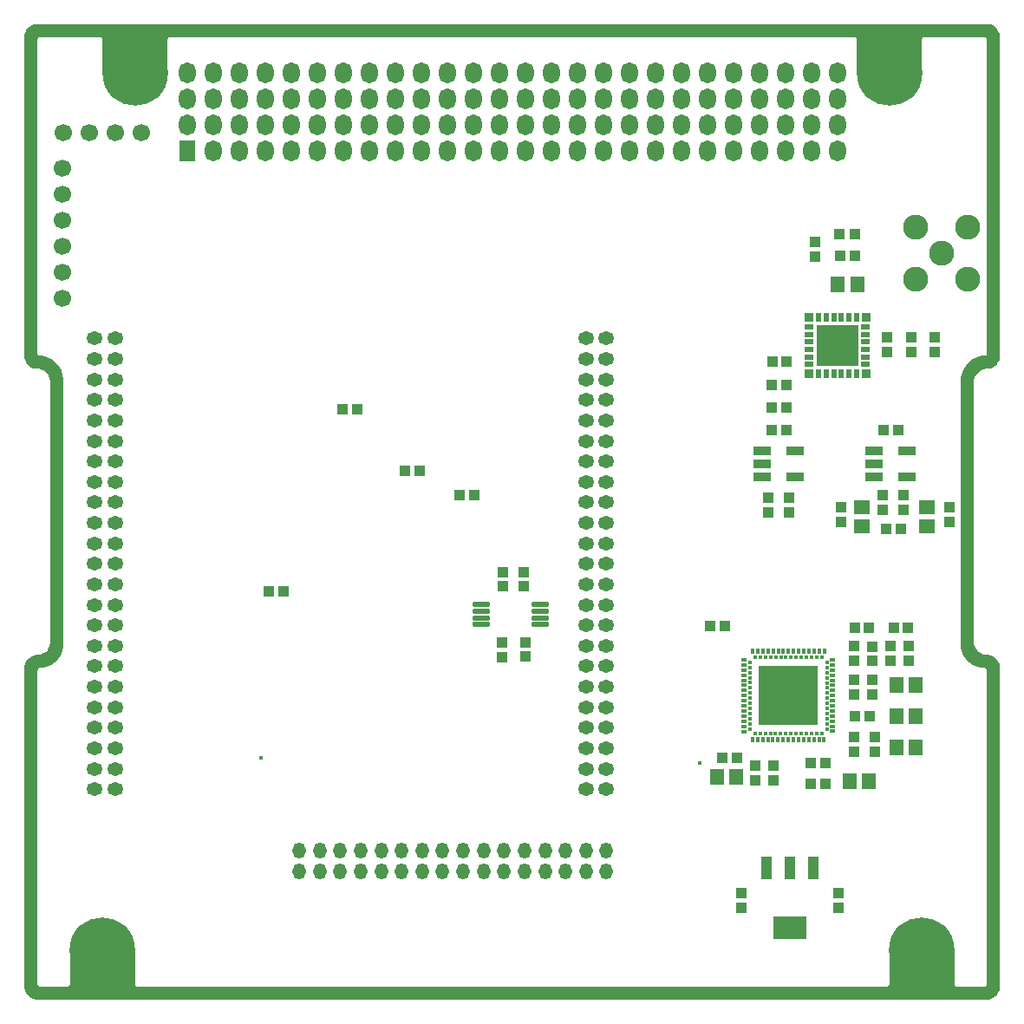
<source format=gts>
G04*
G04 #@! TF.GenerationSoftware,Altium Limited,Altium Designer,21.0.8 (223)*
G04*
G04 Layer_Color=8388736*
%FSLAX25Y25*%
%MOIN*%
G70*
G04*
G04 #@! TF.SameCoordinates,8C76C3ED-8D82-4A5C-AC10-AB376F5EDEF7*
G04*
G04*
G04 #@! TF.FilePolarity,Negative*
G04*
G01*
G75*
%ADD34R,0.03940X0.04334*%
%ADD35R,0.12995X0.08665*%
%ADD36R,0.04334X0.03940*%
%ADD37R,0.03940X0.08665*%
%ADD38R,0.06696X0.03192*%
%ADD39R,0.01968X0.03543*%
%ADD40R,0.03347X0.03543*%
%ADD41R,0.03543X0.01968*%
%ADD42R,0.03941X0.03941*%
%ADD43R,0.01370X0.01370*%
%ADD44R,0.01370X0.01970*%
%ADD45R,0.01970X0.01370*%
%ADD46R,0.01370X0.01370*%
%ADD47R,0.01370X0.01970*%
%ADD48R,0.23035X0.23035*%
%ADD49R,0.05672X0.06381*%
G04:AMPARAMS|DCode=50|XSize=63.81mil|YSize=18.14mil|CornerRadius=3.02mil|HoleSize=0mil|Usage=FLASHONLY|Rotation=180.000|XOffset=0mil|YOffset=0mil|HoleType=Round|Shape=RoundedRectangle|*
%AMROUNDEDRECTD50*
21,1,0.06381,0.01211,0,0,180.0*
21,1,0.05778,0.01814,0,0,180.0*
1,1,0.00604,-0.02889,0.00605*
1,1,0.00604,0.02889,0.00605*
1,1,0.00604,0.02889,-0.00605*
1,1,0.00604,-0.02889,-0.00605*
%
%ADD50ROUNDEDRECTD50*%
%ADD51R,0.06381X0.05672*%
%ADD52C,0.25200*%
%ADD53O,0.06106X0.05121*%
%ADD54O,0.05121X0.06106*%
%ADD55O,0.06499X0.08074*%
%ADD56R,0.06499X0.08074*%
%ADD57C,0.09649*%
%ADD58C,0.06696*%
%ADD59C,0.01775*%
G36*
X105000Y475000D02*
X106000Y474950D01*
X469000D01*
X470000Y475000D01*
X470000Y475000D01*
X470493Y475000D01*
X471459Y474808D01*
X472368Y474431D01*
X473187Y473884D01*
X473884Y473187D01*
X474431Y472368D01*
X474808Y471459D01*
X475000Y470493D01*
X475000Y470000D01*
X475000Y347500D01*
X475000Y347500D01*
X475000Y347007D01*
X474808Y346041D01*
X474431Y345131D01*
X473884Y344312D01*
X473187Y343616D01*
X472368Y343069D01*
X471458Y342692D01*
X470493Y342500D01*
X470000Y342500D01*
X470000Y342500D01*
X469510Y342476D01*
X468548Y342285D01*
X467643Y341910D01*
X466828Y341365D01*
X466135Y340672D01*
X465590Y339857D01*
X465215Y338951D01*
X465024Y337990D01*
X465000Y337500D01*
X465050Y237452D01*
X465050Y237452D01*
X465074Y236967D01*
X465263Y236015D01*
X465634Y235118D01*
X466173Y234311D01*
X466859Y233624D01*
X467666Y233085D01*
X468563Y232714D01*
X469515Y232524D01*
X470000Y232500D01*
X470000Y232500D01*
X470492Y232500D01*
X471459Y232308D01*
X472369Y231931D01*
X473188Y231384D01*
X473884Y230688D01*
X474432Y229869D01*
X474808Y228959D01*
X475000Y227993D01*
X475000Y227500D01*
X475000Y105000D01*
X475000Y105000D01*
Y104507D01*
X474808Y103541D01*
X474431Y102631D01*
X473884Y101812D01*
X473187Y101116D01*
X472368Y100569D01*
X471458Y100192D01*
X470493Y100000D01*
X470000D01*
X468000Y99950D01*
Y105000D01*
X469000D01*
X469195Y105019D01*
X469556Y105168D01*
X469832Y105444D01*
X469981Y105805D01*
X470000Y106000D01*
X470000Y226500D01*
X469981Y226695D01*
X469832Y227056D01*
X469556Y227331D01*
X469195Y227481D01*
X469000Y227500D01*
X468114Y227500D01*
X466375Y227846D01*
X464737Y228524D01*
X463263Y229509D01*
X462009Y230763D01*
X461024Y232237D01*
X460346Y233875D01*
X460000Y235614D01*
X460000Y236500D01*
X460000Y337500D01*
Y337500D01*
X459951Y338436D01*
X460219Y340290D01*
X460844Y342057D01*
X461802Y343668D01*
X463056Y345060D01*
X464557Y346182D01*
X466248Y346989D01*
X468064Y347450D01*
X469000Y347500D01*
Y347500D01*
X469195Y347519D01*
X469556Y347668D01*
X469832Y347944D01*
X469981Y348305D01*
X470000Y348500D01*
X470000Y469000D01*
X470000Y469000D01*
X469981Y469195D01*
X469832Y469556D01*
X469556Y469832D01*
X469195Y469981D01*
X469000Y470000D01*
Y470000D01*
X446000D01*
X445805Y469981D01*
X445444Y469832D01*
X445168Y469556D01*
X445019Y469195D01*
X445000Y469000D01*
Y456000D01*
X420000D01*
Y469000D01*
X419981Y469195D01*
X419832Y469556D01*
X419556Y469832D01*
X419195Y469981D01*
X419000Y470000D01*
X156000D01*
X155805Y469981D01*
X155444Y469832D01*
X155168Y469556D01*
X155019Y469195D01*
X155000Y469000D01*
Y456000D01*
X130000D01*
Y469000D01*
X129981Y469195D01*
X129832Y469556D01*
X129556Y469832D01*
X129195Y469981D01*
X129000Y470000D01*
X106000D01*
X106000Y470000D01*
X105805Y469980D01*
X105444Y469831D01*
X105168Y469555D01*
X105019Y469195D01*
X105000Y469000D01*
Y348500D01*
Y348500D01*
X105019Y348305D01*
X105168Y347944D01*
X105444Y347668D01*
X105805Y347519D01*
X106000Y347500D01*
X106000Y347500D01*
X106936Y347450D01*
X108752Y346989D01*
X110443Y346182D01*
X111944Y345060D01*
X113198Y343667D01*
X114156Y342057D01*
X114781Y340290D01*
X115049Y338436D01*
X115000Y337500D01*
X115000Y236500D01*
X115000Y236500D01*
X115000Y235614D01*
X114654Y233875D01*
X113976Y232237D01*
X112991Y230763D01*
X111737Y229509D01*
X110263Y228524D01*
X108625Y227846D01*
X106886Y227500D01*
X106000D01*
X105805Y227481D01*
X105444Y227331D01*
X105168Y227056D01*
X105019Y226695D01*
X105000Y226500D01*
X105000Y106000D01*
X105019Y105805D01*
X105168Y105444D01*
X105444Y105168D01*
X105805Y105019D01*
X106000Y105000D01*
X106000Y99950D01*
X105000Y100000D01*
X104508D01*
X103542Y100192D01*
X102632Y100569D01*
X101813Y101116D01*
X101116Y101813D01*
X100569Y102632D01*
X100192Y103542D01*
X100000Y104508D01*
X100000Y105000D01*
Y227500D01*
X100000Y227992D01*
X100192Y228959D01*
X100569Y229869D01*
X101116Y230688D01*
X101812Y231384D01*
X102631Y231931D01*
X103541Y232308D01*
X104508Y232500D01*
X105000Y232500D01*
X105000Y232500D01*
X105490Y232524D01*
X106451Y232715D01*
X107357Y233090D01*
X108172Y233635D01*
X108865Y234328D01*
X109410Y235143D01*
X109785Y236049D01*
X109976Y237010D01*
X110000Y237500D01*
X110000Y337500D01*
X110000Y337500D01*
X109976Y337990D01*
X109785Y338951D01*
X109410Y339857D01*
X108865Y340672D01*
X108172Y341365D01*
X107357Y341910D01*
X106451Y342285D01*
X105490Y342476D01*
X105000Y342500D01*
X105000Y342500D01*
X104507Y342500D01*
X103541Y342692D01*
X102631Y343069D01*
X101813Y343616D01*
X101116Y344313D01*
X100569Y345131D01*
X100192Y346041D01*
X100000Y347007D01*
X100000Y347500D01*
Y470000D01*
X100000Y470493D01*
X100192Y471459D01*
X100569Y472369D01*
X101116Y473188D01*
X101813Y473884D01*
X102631Y474431D01*
X103542Y474808D01*
X104508Y475000D01*
X105000Y475000D01*
D02*
G37*
G36*
X457500Y106000D02*
X457519Y105805D01*
X457668Y105444D01*
X457944Y105168D01*
X458305Y105019D01*
X458500Y105000D01*
X431500D01*
X431695Y105019D01*
X432056Y105168D01*
X432332Y105444D01*
X432481Y105805D01*
X432500Y106000D01*
Y119000D01*
X457500D01*
Y106000D01*
D02*
G37*
G36*
X142500D02*
X142519Y105805D01*
X142668Y105444D01*
X142944Y105168D01*
X143305Y105019D01*
X143500Y105000D01*
X116500D01*
X116695Y105019D01*
X117056Y105168D01*
X117332Y105444D01*
X117481Y105805D01*
X117500Y106000D01*
Y119000D01*
X142500D01*
Y106000D01*
D02*
G37*
G36*
X468000Y99950D02*
X106000Y99950D01*
X106000Y105000D01*
X468000Y105000D01*
X468000Y99950D01*
D02*
G37*
D34*
X194000Y257000D02*
D03*
X199709D02*
D03*
X246145Y303386D02*
D03*
X251853D02*
D03*
X227854Y327000D02*
D03*
X222146D02*
D03*
X267146Y294000D02*
D03*
X272854D02*
D03*
X435854Y319000D02*
D03*
X430146D02*
D03*
X392854D02*
D03*
X387146D02*
D03*
X368146Y193000D02*
D03*
X373854D02*
D03*
X369354Y243500D02*
D03*
X363646D02*
D03*
X392912Y345100D02*
D03*
X387597D02*
D03*
X387300Y336400D02*
D03*
X393009D02*
D03*
X387400Y327600D02*
D03*
X393109D02*
D03*
X402146Y183000D02*
D03*
X407854D02*
D03*
X402146Y191000D02*
D03*
X407854D02*
D03*
X424854Y209000D02*
D03*
X419146D02*
D03*
X439657Y243000D02*
D03*
X434342D02*
D03*
X419343D02*
D03*
X424657D02*
D03*
X419354Y385746D02*
D03*
X413646D02*
D03*
X419154Y394100D02*
D03*
X413446D02*
D03*
X431146Y281000D02*
D03*
X436854D02*
D03*
D35*
X394200Y127683D02*
D03*
D36*
X413000Y135146D02*
D03*
Y140854D02*
D03*
X375600Y135246D02*
D03*
Y140954D02*
D03*
X449800Y348900D02*
D03*
Y354609D02*
D03*
X292500Y231842D02*
D03*
Y237158D02*
D03*
X284000Y264158D02*
D03*
Y258842D02*
D03*
X292000Y264158D02*
D03*
Y258842D02*
D03*
X440900Y348900D02*
D03*
Y354609D02*
D03*
X431500Y348800D02*
D03*
Y354509D02*
D03*
X427000Y195146D02*
D03*
Y200854D02*
D03*
X381000Y184146D02*
D03*
Y189854D02*
D03*
X419000Y195146D02*
D03*
Y200854D02*
D03*
Y217146D02*
D03*
Y222854D02*
D03*
X426000Y217146D02*
D03*
Y222854D02*
D03*
X440000Y235854D02*
D03*
Y230146D02*
D03*
X426000Y230343D02*
D03*
Y235658D02*
D03*
X433000Y235854D02*
D03*
Y230146D02*
D03*
X283500Y237354D02*
D03*
Y231646D02*
D03*
X419000Y235854D02*
D03*
Y230146D02*
D03*
X403900Y385491D02*
D03*
Y391200D02*
D03*
X394000Y287146D02*
D03*
Y292854D02*
D03*
X414000Y289354D02*
D03*
Y283646D02*
D03*
X430000Y293854D02*
D03*
Y288146D02*
D03*
X455500Y283646D02*
D03*
Y289354D02*
D03*
X386000Y292854D02*
D03*
Y287146D02*
D03*
X438000Y288146D02*
D03*
Y293854D02*
D03*
X388000Y184146D02*
D03*
Y189854D02*
D03*
D37*
X385145Y150517D02*
D03*
X394200D02*
D03*
X403255D02*
D03*
D38*
X439260Y311000D02*
D03*
Y301000D02*
D03*
X426740D02*
D03*
Y306000D02*
D03*
Y311000D02*
D03*
X396260D02*
D03*
Y301000D02*
D03*
X383740D02*
D03*
Y306000D02*
D03*
Y311000D02*
D03*
D39*
X405219Y362163D02*
D03*
X408172D02*
D03*
X411125D02*
D03*
X414077D02*
D03*
X417026Y362161D02*
D03*
X419979D02*
D03*
X405220Y340491D02*
D03*
X408173D02*
D03*
X411126D02*
D03*
X414079D02*
D03*
X417027Y340489D02*
D03*
X419980D02*
D03*
D40*
X401671Y340493D02*
D03*
X401671Y362161D02*
D03*
X423520Y362161D02*
D03*
X423521Y340489D02*
D03*
D41*
X401768Y358459D02*
D03*
Y344187D02*
D03*
Y355604D02*
D03*
Y352750D02*
D03*
Y349896D02*
D03*
Y347041D02*
D03*
X423418Y349900D02*
D03*
Y352754D02*
D03*
Y355609D02*
D03*
Y344191D02*
D03*
X423420Y358458D02*
D03*
X423418Y347046D02*
D03*
D42*
X418500Y345426D02*
D03*
Y349363D02*
D03*
Y353300D02*
D03*
Y357237D02*
D03*
X406689Y345426D02*
D03*
Y349363D02*
D03*
Y353300D02*
D03*
Y357237D02*
D03*
X410626Y345426D02*
D03*
Y349363D02*
D03*
Y353300D02*
D03*
Y357237D02*
D03*
X414563Y349363D02*
D03*
Y353300D02*
D03*
Y357237D02*
D03*
Y345426D02*
D03*
D43*
X404570Y231590D02*
D03*
X406540D02*
D03*
X402590D02*
D03*
X400620D02*
D03*
X398660D02*
D03*
X396690D02*
D03*
X394720D02*
D03*
X392760D02*
D03*
X390790D02*
D03*
X388810D02*
D03*
X386840D02*
D03*
X384870D02*
D03*
X382920D02*
D03*
X380940D02*
D03*
X404510Y202080D02*
D03*
X406470D02*
D03*
X402540D02*
D03*
X400570D02*
D03*
X398590D02*
D03*
X396640D02*
D03*
X394670D02*
D03*
X392690D02*
D03*
X390720D02*
D03*
X388760D02*
D03*
X386790D02*
D03*
X384810D02*
D03*
X382860D02*
D03*
X380890D02*
D03*
D44*
X407510Y233830D02*
D03*
X405540D02*
D03*
X403590D02*
D03*
X401620D02*
D03*
X399640D02*
D03*
X397670D02*
D03*
X395710D02*
D03*
X393740D02*
D03*
X391770D02*
D03*
X389810D02*
D03*
X387840D02*
D03*
X385870D02*
D03*
X383890D02*
D03*
X381920D02*
D03*
X407440Y199830D02*
D03*
X405470D02*
D03*
X403520D02*
D03*
X401560D02*
D03*
X399590D02*
D03*
X397620D02*
D03*
X395640D02*
D03*
X393670D02*
D03*
X391710Y199840D02*
D03*
X389740Y199830D02*
D03*
X387770D02*
D03*
X385810D02*
D03*
X383840D02*
D03*
X381870D02*
D03*
X379890D02*
D03*
D45*
X410740Y230600D02*
D03*
Y228610D02*
D03*
Y226650D02*
D03*
Y224680D02*
D03*
Y222710D02*
D03*
Y220750D02*
D03*
X410720Y218780D02*
D03*
X410740Y216810D02*
D03*
Y214850D02*
D03*
Y212860D02*
D03*
Y210910D02*
D03*
Y208930D02*
D03*
Y206960D02*
D03*
Y205010D02*
D03*
Y203130D02*
D03*
X376720Y230610D02*
D03*
Y228640D02*
D03*
Y226670D02*
D03*
Y224700D02*
D03*
Y222730D02*
D03*
Y220760D02*
D03*
Y218800D02*
D03*
Y216830D02*
D03*
Y214860D02*
D03*
Y212890D02*
D03*
Y210920D02*
D03*
Y208950D02*
D03*
Y206980D02*
D03*
Y205030D02*
D03*
Y203060D02*
D03*
D46*
X408490Y229600D02*
D03*
Y227630D02*
D03*
Y225680D02*
D03*
Y223700D02*
D03*
Y221730D02*
D03*
Y219760D02*
D03*
Y217800D02*
D03*
Y215810D02*
D03*
Y213860D02*
D03*
Y211900D02*
D03*
Y209910D02*
D03*
Y207950D02*
D03*
Y204010D02*
D03*
Y205980D02*
D03*
X378970Y229620D02*
D03*
Y227650D02*
D03*
Y225690D02*
D03*
Y223720D02*
D03*
Y221750D02*
D03*
Y219780D02*
D03*
Y217810D02*
D03*
Y215840D02*
D03*
Y213870D02*
D03*
Y211910D02*
D03*
Y209940D02*
D03*
Y207970D02*
D03*
Y204030D02*
D03*
Y206000D02*
D03*
D47*
X379950Y233830D02*
D03*
D48*
X393720Y216830D02*
D03*
D49*
X424760Y184000D02*
D03*
X417240D02*
D03*
X373760Y185500D02*
D03*
X366240D02*
D03*
X435240Y197000D02*
D03*
X442760D02*
D03*
X435240Y209000D02*
D03*
X442760D02*
D03*
X435240Y221000D02*
D03*
X442760D02*
D03*
X412698Y375046D02*
D03*
X420217D02*
D03*
D50*
X275701Y244161D02*
D03*
Y246721D02*
D03*
Y249279D02*
D03*
Y251839D02*
D03*
X298299D02*
D03*
Y249279D02*
D03*
Y246721D02*
D03*
Y244161D02*
D03*
D51*
X447000Y289260D02*
D03*
Y281740D02*
D03*
X422000D02*
D03*
Y289260D02*
D03*
D52*
X445000Y118800D02*
D03*
X130000D02*
D03*
X432500Y456300D02*
D03*
X142500D02*
D03*
D53*
X134800Y267474D02*
D03*
X323776Y354088D02*
D03*
X315902D02*
D03*
X323776Y330466D02*
D03*
Y322592D02*
D03*
Y314718D02*
D03*
Y306844D02*
D03*
Y298970D02*
D03*
Y291096D02*
D03*
Y283222D02*
D03*
Y275348D02*
D03*
Y259600D02*
D03*
Y251726D02*
D03*
Y243852D02*
D03*
Y235978D02*
D03*
Y228104D02*
D03*
Y220230D02*
D03*
Y212356D02*
D03*
Y204482D02*
D03*
Y196608D02*
D03*
Y188734D02*
D03*
X315902D02*
D03*
Y196608D02*
D03*
Y204482D02*
D03*
Y212356D02*
D03*
Y220230D02*
D03*
Y228104D02*
D03*
Y235978D02*
D03*
Y243852D02*
D03*
Y251726D02*
D03*
Y259600D02*
D03*
Y267474D02*
D03*
Y275348D02*
D03*
Y283222D02*
D03*
Y291096D02*
D03*
Y298970D02*
D03*
Y306844D02*
D03*
Y314718D02*
D03*
Y322592D02*
D03*
Y330466D02*
D03*
Y346214D02*
D03*
Y338340D02*
D03*
X323776D02*
D03*
Y346214D02*
D03*
X134800D02*
D03*
Y338340D02*
D03*
X126926D02*
D03*
Y346214D02*
D03*
Y330466D02*
D03*
Y322592D02*
D03*
Y314718D02*
D03*
Y306844D02*
D03*
Y298970D02*
D03*
Y291096D02*
D03*
Y283222D02*
D03*
Y275348D02*
D03*
Y259600D02*
D03*
Y251726D02*
D03*
Y243852D02*
D03*
Y235978D02*
D03*
Y228104D02*
D03*
Y220230D02*
D03*
Y212356D02*
D03*
Y204482D02*
D03*
Y196608D02*
D03*
Y188734D02*
D03*
X134800D02*
D03*
Y196608D02*
D03*
Y204482D02*
D03*
Y212356D02*
D03*
Y220230D02*
D03*
Y228104D02*
D03*
Y235978D02*
D03*
Y243852D02*
D03*
Y251726D02*
D03*
Y259600D02*
D03*
Y275348D02*
D03*
Y283222D02*
D03*
Y291096D02*
D03*
Y298970D02*
D03*
Y306844D02*
D03*
Y314718D02*
D03*
Y322592D02*
D03*
Y330466D02*
D03*
X126926Y354088D02*
D03*
X134800D02*
D03*
X323776Y267474D02*
D03*
Y180860D02*
D03*
X315902D02*
D03*
X126926Y267474D02*
D03*
Y180860D02*
D03*
X134800D02*
D03*
D54*
X323776Y149264D02*
D03*
X315902D02*
D03*
X308028D02*
D03*
X300154D02*
D03*
X292280D02*
D03*
X284406D02*
D03*
X276532D02*
D03*
X268658D02*
D03*
X260784D02*
D03*
X252910D02*
D03*
X245036D02*
D03*
X237162D02*
D03*
X229288D02*
D03*
X221414D02*
D03*
X213540D02*
D03*
X205666D02*
D03*
Y157138D02*
D03*
X213540D02*
D03*
X221414D02*
D03*
X229288D02*
D03*
X237162D02*
D03*
X245036D02*
D03*
X252910D02*
D03*
X260784D02*
D03*
X268658D02*
D03*
X276532D02*
D03*
X284406D02*
D03*
X292280D02*
D03*
X300154D02*
D03*
X308028D02*
D03*
X315902D02*
D03*
X323776D02*
D03*
D55*
X412500Y456300D02*
D03*
X402500D02*
D03*
X392500D02*
D03*
X382500D02*
D03*
X372500D02*
D03*
X362500D02*
D03*
X352500D02*
D03*
X342500D02*
D03*
X332500D02*
D03*
X322500D02*
D03*
X312500D02*
D03*
X302500D02*
D03*
X292500D02*
D03*
X282500D02*
D03*
X272500D02*
D03*
X262500D02*
D03*
X252500D02*
D03*
X242500D02*
D03*
X232500D02*
D03*
X222500D02*
D03*
X212500D02*
D03*
X202500D02*
D03*
X192500D02*
D03*
X182500D02*
D03*
X172500D02*
D03*
X162500D02*
D03*
X412500Y446300D02*
D03*
X402500D02*
D03*
X392500D02*
D03*
X382500D02*
D03*
X372500D02*
D03*
X362500D02*
D03*
X352500D02*
D03*
X342500D02*
D03*
X332500D02*
D03*
X322500D02*
D03*
X312500D02*
D03*
X302500D02*
D03*
X292500D02*
D03*
X282500D02*
D03*
X272500D02*
D03*
X262500D02*
D03*
X252500D02*
D03*
X242500D02*
D03*
X232500D02*
D03*
X222500D02*
D03*
X212500D02*
D03*
X202500D02*
D03*
X192500D02*
D03*
X182500D02*
D03*
X172500D02*
D03*
X162500D02*
D03*
X412500Y436300D02*
D03*
X402500D02*
D03*
X392500D02*
D03*
X382500D02*
D03*
X372500D02*
D03*
X362500D02*
D03*
X352500D02*
D03*
X342500D02*
D03*
X332500D02*
D03*
X322500D02*
D03*
X312500D02*
D03*
X302500D02*
D03*
X292500D02*
D03*
X282500D02*
D03*
X272500D02*
D03*
X262500D02*
D03*
X252500D02*
D03*
X242500D02*
D03*
X232500D02*
D03*
X222500D02*
D03*
X212500D02*
D03*
X202500D02*
D03*
X192500D02*
D03*
X182500D02*
D03*
X172500D02*
D03*
X162500D02*
D03*
X412500Y426300D02*
D03*
X402500D02*
D03*
X392500D02*
D03*
X382500D02*
D03*
X372500D02*
D03*
X362500D02*
D03*
X352500D02*
D03*
X342500D02*
D03*
X332500D02*
D03*
X322500D02*
D03*
X312500D02*
D03*
X302500D02*
D03*
X292500D02*
D03*
X282500D02*
D03*
X272500D02*
D03*
X262500D02*
D03*
X252500D02*
D03*
X242500D02*
D03*
X232500D02*
D03*
X222500D02*
D03*
X212500D02*
D03*
X202500D02*
D03*
X192500D02*
D03*
X182500D02*
D03*
X172500D02*
D03*
D56*
X162500D02*
D03*
D57*
X462743Y396900D02*
D03*
X442742D02*
D03*
Y376900D02*
D03*
X462743D02*
D03*
X452742Y386900D02*
D03*
D58*
X114600Y419700D02*
D03*
Y409700D02*
D03*
Y389700D02*
D03*
Y379700D02*
D03*
Y369700D02*
D03*
Y399700D02*
D03*
X114900Y433300D02*
D03*
X144900D02*
D03*
X134900D02*
D03*
X124900D02*
D03*
D59*
X359500Y191000D02*
D03*
X191000Y193000D02*
D03*
M02*

</source>
